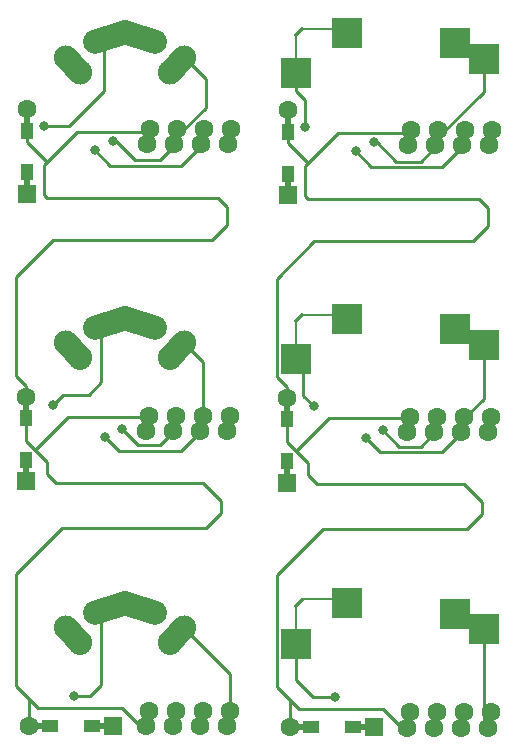
<source format=gbr>
%TF.GenerationSoftware,KiCad,Pcbnew,(6.0.4)*%
%TF.CreationDate,2022-12-14T16:12:08+01:00*%
%TF.ProjectId,column,636f6c75-6d6e-42e6-9b69-6361645f7063,rev?*%
%TF.SameCoordinates,Original*%
%TF.FileFunction,Copper,L2,Bot*%
%TF.FilePolarity,Positive*%
%FSLAX46Y46*%
G04 Gerber Fmt 4.6, Leading zero omitted, Abs format (unit mm)*
G04 Created by KiCad (PCBNEW (6.0.4)) date 2022-12-14 16:12:08*
%MOMM*%
%LPD*%
G01*
G04 APERTURE LIST*
G04 Aperture macros list*
%AMRoundRect*
0 Rectangle with rounded corners*
0 $1 Rounding radius*
0 $2 $3 $4 $5 $6 $7 $8 $9 X,Y pos of 4 corners*
0 Add a 4 corners polygon primitive as box body*
4,1,4,$2,$3,$4,$5,$6,$7,$8,$9,$2,$3,0*
0 Add four circle primitives for the rounded corners*
1,1,$1+$1,$2,$3*
1,1,$1+$1,$4,$5*
1,1,$1+$1,$6,$7*
1,1,$1+$1,$8,$9*
0 Add four rect primitives between the rounded corners*
20,1,$1+$1,$2,$3,$4,$5,0*
20,1,$1+$1,$4,$5,$6,$7,0*
20,1,$1+$1,$6,$7,$8,$9,0*
20,1,$1+$1,$8,$9,$2,$3,0*%
%AMHorizOval*
0 Thick line with rounded ends*
0 $1 width*
0 $2 $3 position (X,Y) of the first rounded end (center of the circle)*
0 $4 $5 position (X,Y) of the second rounded end (center of the circle)*
0 Add line between two ends*
20,1,$1,$2,$3,$4,$5,0*
0 Add two circle primitives to create the rounded ends*
1,1,$1,$2,$3*
1,1,$1,$4,$5*%
%AMFreePoly0*
4,1,13,0.650000,-0.475000,-0.650000,-0.475000,-0.650000,-0.228200,-1.093000,-0.228200,-1.128355,-0.213555,-1.143000,-0.178200,-1.143000,0.177400,-1.128355,0.212755,-1.093000,0.227400,-0.650000,0.227400,-0.650000,0.475000,0.650000,0.475000,0.650000,-0.475000,0.650000,-0.475000,$1*%
%AMFreePoly1*
4,1,13,0.650000,0.228600,1.093000,0.228600,1.128355,0.213955,1.143000,0.178600,1.143000,-0.177000,1.128355,-0.212355,1.093000,-0.227000,0.650000,-0.227000,0.650000,-0.475000,-0.650000,-0.475000,-0.650000,0.475000,0.650000,0.475000,0.650000,0.228600,0.650000,0.228600,$1*%
G04 Aperture macros list end*
%TA.AperFunction,ComponentPad*%
%ADD10C,1.600000*%
%TD*%
%TA.AperFunction,ComponentPad*%
%ADD11C,2.032000*%
%TD*%
%TA.AperFunction,ComponentPad*%
%ADD12HorizOval,2.032000X-0.608505X0.641231X0.608505X-0.641231X0*%
%TD*%
%TA.AperFunction,ComponentPad*%
%ADD13HorizOval,2.032000X-0.608505X-0.641231X0.608505X0.641231X0*%
%TD*%
%TA.AperFunction,ComponentPad*%
%ADD14HorizOval,2.032000X-1.269427X0.410014X1.269427X-0.410014X0*%
%TD*%
%TA.AperFunction,ComponentPad*%
%ADD15HorizOval,2.032000X-1.269427X-0.410014X1.269427X0.410014X0*%
%TD*%
%TA.AperFunction,SMDPad,CuDef*%
%ADD16R,2.600000X2.600000*%
%TD*%
%TA.AperFunction,SMDPad,CuDef*%
%ADD17R,2.550000X2.500000*%
%TD*%
%TA.AperFunction,SMDPad,CuDef*%
%ADD18R,3.000000X0.250000*%
%TD*%
%TA.AperFunction,SMDPad,CuDef*%
%ADD19RoundRect,0.062500X0.265165X0.353553X-0.353553X-0.265165X-0.265165X-0.353553X0.353553X0.265165X0*%
%TD*%
%TA.AperFunction,SMDPad,CuDef*%
%ADD20R,0.250000X4.000000*%
%TD*%
%TA.AperFunction,ComponentPad*%
%ADD21R,1.600000X1.600000*%
%TD*%
%TA.AperFunction,SMDPad,CuDef*%
%ADD22FreePoly0,90.000000*%
%TD*%
%TA.AperFunction,SMDPad,CuDef*%
%ADD23FreePoly1,90.000000*%
%TD*%
%TA.AperFunction,SMDPad,CuDef*%
%ADD24FreePoly0,180.000000*%
%TD*%
%TA.AperFunction,SMDPad,CuDef*%
%ADD25FreePoly1,180.000000*%
%TD*%
%TA.AperFunction,ViaPad*%
%ADD26C,0.800000*%
%TD*%
%TA.AperFunction,Conductor*%
%ADD27C,0.250000*%
%TD*%
G04 APERTURE END LIST*
D10*
%TO.P,J5,1,Pin_1*%
%TO.N,col0*%
X216182672Y-104293976D03*
X216442672Y-103003976D03*
%TO.P,J5,2,Pin_2*%
%TO.N,row_0*%
X218728672Y-103003976D03*
X218468672Y-104293976D03*
%TO.P,J5,3,Pin_3*%
%TO.N,row_1*%
X220754672Y-104293976D03*
X221014672Y-103003976D03*
%TO.P,J5,4,Pin_4*%
%TO.N,row_2*%
X223040672Y-104293976D03*
X223300672Y-103003976D03*
%TD*%
D11*
%TO.P,SW2,1,1*%
%TO.N,row_1*%
X188473903Y-98008886D03*
X196093903Y-98008886D03*
D12*
X187869004Y-97365454D03*
D13*
X196698802Y-97365454D03*
D11*
%TO.P,SW2,2,2*%
%TO.N,Net-(D2-Pad1)*%
X192283903Y-94648886D03*
D14*
X193539251Y-95053955D03*
D15*
X191028555Y-95053955D03*
%TD*%
D16*
%TO.P,SW3,1,1*%
%TO.N,row_2*%
X222651000Y-121000000D03*
D17*
X220220412Y-119666692D03*
D18*
%TO.P,SW3,2,2*%
%TO.N,Net-(D3-Pad1)*%
X208794412Y-118452653D03*
D19*
X207023656Y-118741976D03*
D16*
X211103411Y-118796692D03*
D17*
X206756000Y-122210000D03*
D20*
X206732653Y-121001588D03*
%TD*%
D10*
%TO.P,J2,1,Pin_1*%
%TO.N,col0*%
X216541641Y-78728932D03*
X216281641Y-80018932D03*
%TO.P,J2,2,Pin_2*%
%TO.N,row_0*%
X218567641Y-80018932D03*
X218827641Y-78728932D03*
%TO.P,J2,3,Pin_3*%
%TO.N,row_1*%
X220853641Y-80018932D03*
X221113641Y-78728932D03*
%TO.P,J2,4,Pin_4*%
%TO.N,row_2*%
X223399641Y-78728932D03*
X223139641Y-80018932D03*
%TD*%
D11*
%TO.P,SW3,1,1*%
%TO.N,row_2*%
X188473903Y-122106886D03*
D13*
X196698802Y-121463454D03*
D11*
X196093903Y-122106886D03*
D12*
X187869004Y-121463454D03*
D15*
%TO.P,SW3,2,2*%
%TO.N,Net-(D3-Pad1)*%
X191028555Y-119151955D03*
D11*
X192283903Y-118746886D03*
D14*
X193539251Y-119151955D03*
%TD*%
D10*
%TO.P,J3,1,Pin_1*%
%TO.N,col0*%
X194313491Y-127916194D03*
X194053491Y-129206194D03*
%TO.P,J3,2,Pin_2*%
%TO.N,row_0*%
X196339491Y-129206194D03*
X196599491Y-127916194D03*
%TO.P,J3,3,Pin_3*%
%TO.N,row_1*%
X198885491Y-127916194D03*
X198625491Y-129206194D03*
%TO.P,J3,4,Pin_4*%
%TO.N,row_2*%
X201171491Y-127916194D03*
X200911491Y-129206194D03*
%TD*%
D17*
%TO.P,SW2,1,1*%
%TO.N,row_1*%
X220220412Y-95568692D03*
D16*
X222651000Y-96902000D03*
%TO.P,SW2,2,2*%
%TO.N,Net-(D2-Pad1)*%
X211103411Y-94698692D03*
D18*
X208794412Y-94354653D03*
D17*
X206756000Y-98112000D03*
D19*
X207023656Y-94643976D03*
D20*
X206732653Y-96903588D03*
%TD*%
D10*
%TO.P,J3,1,Pin_1*%
%TO.N,col0*%
X216148000Y-129306000D03*
X216408000Y-128016000D03*
%TO.P,J3,2,Pin_2*%
%TO.N,row_0*%
X218694000Y-128016000D03*
X218434000Y-129306000D03*
%TO.P,J3,3,Pin_3*%
%TO.N,row_1*%
X220720000Y-129306000D03*
X220980000Y-128016000D03*
%TO.P,J3,4,Pin_4*%
%TO.N,row_2*%
X223266000Y-128016000D03*
X223006000Y-129306000D03*
%TD*%
%TO.P,J5,1,Pin_1*%
%TO.N,col0*%
X194348163Y-102904170D03*
X194088163Y-104194170D03*
%TO.P,J5,2,Pin_2*%
%TO.N,row_0*%
X196634163Y-102904170D03*
X196374163Y-104194170D03*
%TO.P,J5,3,Pin_3*%
%TO.N,row_1*%
X198660163Y-104194170D03*
X198920163Y-102904170D03*
%TO.P,J5,4,Pin_4*%
%TO.N,row_2*%
X201206163Y-102904170D03*
X200946163Y-104194170D03*
%TD*%
%TO.P,J2,1,Pin_1*%
%TO.N,col0*%
X194447132Y-78629126D03*
X194187132Y-79919126D03*
%TO.P,J2,2,Pin_2*%
%TO.N,row_0*%
X196473132Y-79919126D03*
X196733132Y-78629126D03*
%TO.P,J2,3,Pin_3*%
%TO.N,row_1*%
X198759132Y-79919126D03*
X199019132Y-78629126D03*
%TO.P,J2,4,Pin_4*%
%TO.N,row_2*%
X201045132Y-79919126D03*
X201305132Y-78629126D03*
%TD*%
D11*
%TO.P,SW1,1,1*%
%TO.N,row_0*%
X188473903Y-73810886D03*
X196093903Y-73810886D03*
D12*
X187869004Y-73167454D03*
D13*
X196698802Y-73167454D03*
D14*
%TO.P,SW1,2,2*%
%TO.N,Net-(D1-Pad1)*%
X193539251Y-70855955D03*
D15*
X191028555Y-70855955D03*
D11*
X192283903Y-70450886D03*
%TD*%
D17*
%TO.P,SW1,1,1*%
%TO.N,row_0*%
X220220412Y-71370692D03*
D16*
X222651000Y-72704000D03*
D18*
%TO.P,SW1,2,2*%
%TO.N,Net-(D1-Pad1)*%
X208794412Y-70156653D03*
D20*
X206732653Y-72705588D03*
D19*
X207023656Y-70445976D03*
D16*
X211103411Y-70500692D03*
D17*
X206756000Y-73914000D03*
%TD*%
D21*
%TO.P,D2,1,K*%
%TO.N,Net-(D2-Pad1)*%
X205983046Y-108559411D03*
D22*
X205983046Y-106758411D03*
D23*
%TO.P,D2,2,A*%
%TO.N,col0*%
X205983046Y-103208411D03*
D10*
X205983046Y-101407411D03*
%TD*%
D24*
%TO.P,D3,1,K*%
%TO.N,Net-(D3-Pad1)*%
X211579000Y-129286000D03*
D21*
X213380000Y-129286000D03*
D25*
%TO.P,D3,2,A*%
%TO.N,col0*%
X208029000Y-129286000D03*
D10*
X206228000Y-129286000D03*
%TD*%
D24*
%TO.P,D3,1,K*%
%TO.N,Net-(D3-Pad1)*%
X189484491Y-129186194D03*
D21*
X191285491Y-129186194D03*
D25*
%TO.P,D3,2,A*%
%TO.N,col0*%
X185934491Y-129186194D03*
D10*
X184133491Y-129186194D03*
%TD*%
D21*
%TO.P,D2,1,K*%
%TO.N,Net-(D2-Pad1)*%
X183888537Y-108459605D03*
D22*
X183888537Y-106658605D03*
D23*
%TO.P,D2,2,A*%
%TO.N,col0*%
X183888537Y-103108605D03*
D10*
X183888537Y-101307605D03*
%TD*%
D21*
%TO.P,D1,1,K*%
%TO.N,Net-(D1-Pad1)*%
X206078401Y-84206247D03*
D22*
X206078401Y-82405247D03*
D23*
%TO.P,D1,2,A*%
%TO.N,col0*%
X206078401Y-78855247D03*
D10*
X206078401Y-77054247D03*
%TD*%
D21*
%TO.P,D1,1,K*%
%TO.N,Net-(D1-Pad1)*%
X183983892Y-84106441D03*
D22*
X183983892Y-82305441D03*
D23*
%TO.P,D1,2,A*%
%TO.N,col0*%
X183983892Y-78755441D03*
D10*
X183983892Y-76954441D03*
%TD*%
D26*
%TO.N,Net-(D1-Pad1)*%
X185423491Y-78386194D03*
X207518000Y-78486000D03*
%TO.N,Net-(D2-Pad1)*%
X186185491Y-102008194D03*
X208280000Y-102108000D03*
%TO.N,Net-(D3-Pad1)*%
X187963491Y-126646194D03*
X210058000Y-126746000D03*
%TO.N,row_0*%
X213360000Y-79756000D03*
X214122000Y-104140000D03*
X192027491Y-104040194D03*
X191265491Y-79656194D03*
%TO.N,row_1*%
X190630491Y-104675194D03*
X211836000Y-80518000D03*
X189741491Y-80418194D03*
X212725000Y-104775000D03*
%TD*%
D27*
%TO.N,Net-(D1-Pad1)*%
X207518000Y-76200000D02*
X207518000Y-78486000D01*
X190500000Y-75438000D02*
X190500000Y-72038423D01*
X190500000Y-72038423D02*
X189739079Y-71277502D01*
X206756000Y-73914000D02*
X206756000Y-75438000D01*
X206756000Y-75438000D02*
X207518000Y-76200000D01*
X190500000Y-75438000D02*
X187551806Y-78386194D01*
X187551806Y-78386194D02*
X185423491Y-78386194D01*
%TO.N,col0*%
X208534000Y-108712000D02*
X207772000Y-107950000D01*
X183031491Y-91192194D02*
X186185491Y-88038194D01*
X183888537Y-105013240D02*
X183888537Y-100413262D01*
X183983892Y-79740595D02*
X185677491Y-81434194D01*
X222504000Y-111252000D02*
X222504000Y-110236000D01*
X200917491Y-85244194D02*
X200155491Y-84482194D01*
X207772000Y-106902000D02*
X206756000Y-105886000D01*
X216408000Y-78994000D02*
X210312000Y-78994000D01*
X207518000Y-84328000D02*
X207518000Y-81788000D01*
X198885491Y-108612194D02*
X186439491Y-108612194D01*
X205156489Y-116407511D02*
X209042000Y-112522000D01*
X192027491Y-127662194D02*
X184915491Y-127662194D01*
X185423491Y-81688194D02*
X185677491Y-81434194D01*
X214122000Y-127762000D02*
X207010000Y-127762000D01*
X221234000Y-112522000D02*
X222504000Y-111252000D01*
X205126000Y-99656022D02*
X205126000Y-91292000D01*
X207518000Y-81788000D02*
X207772000Y-81534000D01*
X184133491Y-126920194D02*
X184133491Y-129186194D01*
X183061980Y-116307705D02*
X186947491Y-112422194D01*
X186185491Y-88038194D02*
X199647491Y-88038194D01*
X199647491Y-88038194D02*
X200917491Y-86768194D01*
X199139491Y-112422194D02*
X200409491Y-111152194D01*
X206078401Y-78855247D02*
X206078401Y-77054247D01*
X185423491Y-84228194D02*
X185423491Y-81688194D01*
X222250000Y-84582000D02*
X207772000Y-84582000D01*
X183888537Y-100413262D02*
X183031491Y-99556216D01*
X184661491Y-105786194D02*
X183888537Y-105013240D01*
X184661491Y-105786194D02*
X187455491Y-102992194D01*
X223012000Y-85344000D02*
X222250000Y-84582000D01*
X220980000Y-108712000D02*
X208534000Y-108712000D01*
X221742000Y-88138000D02*
X223012000Y-86868000D01*
X186947491Y-112422194D02*
X199139491Y-112422194D01*
X200409491Y-110136194D02*
X198885491Y-108612194D01*
X205126000Y-91292000D02*
X208280000Y-88138000D01*
X205156489Y-125908489D02*
X205156489Y-116407511D01*
X205983046Y-105113046D02*
X205983046Y-100513068D01*
X183031491Y-99556216D02*
X183031491Y-91192194D01*
X183983892Y-78755441D02*
X183983892Y-76954441D01*
X185677491Y-107850194D02*
X185677491Y-106802194D01*
X222504000Y-110236000D02*
X220980000Y-108712000D01*
X207772000Y-107950000D02*
X207772000Y-106902000D01*
X207010000Y-127762000D02*
X205156489Y-125908489D01*
X206078401Y-78855247D02*
X206078401Y-79840401D01*
X209550000Y-103092000D02*
X216376000Y-103092000D01*
X185677491Y-84482194D02*
X185423491Y-84228194D01*
X206756000Y-105886000D02*
X209550000Y-103092000D01*
X200917491Y-86768194D02*
X200917491Y-85244194D01*
X215900000Y-129540000D02*
X214122000Y-127762000D01*
X209042000Y-112522000D02*
X221234000Y-112522000D01*
X186439491Y-108612194D02*
X185677491Y-107850194D01*
X206078401Y-79840401D02*
X207772000Y-81534000D01*
X210312000Y-78994000D02*
X207772000Y-81534000D01*
X193805491Y-129440194D02*
X192027491Y-127662194D01*
X200409491Y-111152194D02*
X200409491Y-110136194D01*
X188217491Y-78894194D02*
X185677491Y-81434194D01*
X200155491Y-84482194D02*
X185677491Y-84482194D01*
X194313491Y-78894194D02*
X188217491Y-78894194D01*
X206756000Y-105886000D02*
X205983046Y-105113046D01*
X187455491Y-102992194D02*
X194281491Y-102992194D01*
X206228000Y-127020000D02*
X206228000Y-129286000D01*
X183061980Y-125808683D02*
X183061980Y-116307705D01*
X207772000Y-84582000D02*
X207518000Y-84328000D01*
X185677491Y-106802194D02*
X184661491Y-105786194D01*
X184915491Y-127662194D02*
X183061980Y-125808683D01*
X223012000Y-86868000D02*
X223012000Y-85344000D01*
X208280000Y-88138000D02*
X221742000Y-88138000D01*
X205983046Y-100513068D02*
X205126000Y-99656022D01*
X183983892Y-78755441D02*
X183983892Y-79740595D01*
%TO.N,Net-(D2-Pad1)*%
X187078699Y-101114986D02*
X189207014Y-101114986D01*
X189207014Y-101114986D02*
X190246000Y-100076000D01*
X206756000Y-98012000D02*
X206756000Y-98112000D01*
X207386792Y-101214792D02*
X208280000Y-102108000D01*
X186185491Y-102008194D02*
X187078699Y-101114986D01*
X190246000Y-100076000D02*
X190246000Y-95982423D01*
X190246000Y-95982423D02*
X189739079Y-95475502D01*
X206756000Y-98112000D02*
X207386792Y-98742792D01*
X207386792Y-98742792D02*
X207386792Y-101214792D01*
%TO.N,Net-(D3-Pad1)*%
X189329806Y-126646194D02*
X190246000Y-125730000D01*
X208191794Y-126746000D02*
X206756000Y-125310206D01*
X210058000Y-126746000D02*
X208191794Y-126746000D01*
X190246000Y-120080423D02*
X189739079Y-119573502D01*
X190246000Y-125730000D02*
X190246000Y-120080423D01*
X187963491Y-126646194D02*
X189329806Y-126646194D01*
X206756000Y-125310206D02*
X206756000Y-122210000D01*
%TO.N,row_0*%
X222651000Y-75492005D02*
X219149005Y-78994000D01*
X217315489Y-81388511D02*
X215246511Y-81388511D01*
X213614000Y-79756000D02*
X213360000Y-79756000D01*
X217315489Y-105518511D02*
X215500511Y-105518511D01*
X191519491Y-79656194D02*
X191265491Y-79656194D01*
X188471491Y-73814194D02*
X187709491Y-73814194D01*
X196345491Y-80164194D02*
X195220980Y-81288705D01*
X195220980Y-105418705D02*
X193406002Y-105418705D01*
X199136000Y-76812690D02*
X197054496Y-78894194D01*
X197054496Y-78894194D02*
X196599491Y-78894194D01*
X199136000Y-74414423D02*
X199136000Y-76812690D01*
X193152002Y-81288705D02*
X191519491Y-79656194D01*
X193406002Y-105418705D02*
X192027491Y-104040194D01*
X195220980Y-81288705D02*
X193152002Y-81288705D01*
X218440000Y-104394000D02*
X217315489Y-105518511D01*
X219149005Y-78994000D02*
X218694000Y-78994000D01*
X196345491Y-104294194D02*
X195220980Y-105418705D01*
X218440000Y-80264000D02*
X217315489Y-81388511D01*
X197279079Y-72557502D02*
X199136000Y-74414423D01*
X222651000Y-72704000D02*
X222651000Y-75492005D01*
X215246511Y-81388511D02*
X213614000Y-79756000D01*
X215500511Y-105518511D02*
X214122000Y-104140000D01*
%TO.N,row_1*%
X197057460Y-105868225D02*
X191823522Y-105868225D01*
X213156031Y-81838031D02*
X211836000Y-80518000D01*
X219151969Y-105968031D02*
X213918031Y-105968031D01*
X191061522Y-81738225D02*
X189741491Y-80418194D01*
X197279079Y-96755502D02*
X198920163Y-98396586D01*
X198631491Y-80164194D02*
X197057460Y-81738225D01*
X220726000Y-104394000D02*
X219151969Y-105968031D01*
X198631491Y-104294194D02*
X197057460Y-105868225D01*
X220726000Y-80264000D02*
X219151969Y-81838031D01*
X198920163Y-98396586D02*
X198920163Y-102904170D01*
X222651000Y-96902000D02*
X222651000Y-101453000D01*
X219151969Y-81838031D02*
X213156031Y-81838031D01*
X191823522Y-105868225D02*
X190630491Y-104675194D01*
X222651000Y-101453000D02*
X220980000Y-103124000D01*
X197057460Y-81738225D02*
X191061522Y-81738225D01*
X213918031Y-105968031D02*
X212725000Y-104775000D01*
%TO.N,row_2*%
X201171491Y-127916194D02*
X201171491Y-124745914D01*
X222651000Y-121000000D02*
X222651000Y-129433000D01*
X201171491Y-124745914D02*
X197279079Y-120853502D01*
%TD*%
M02*

</source>
